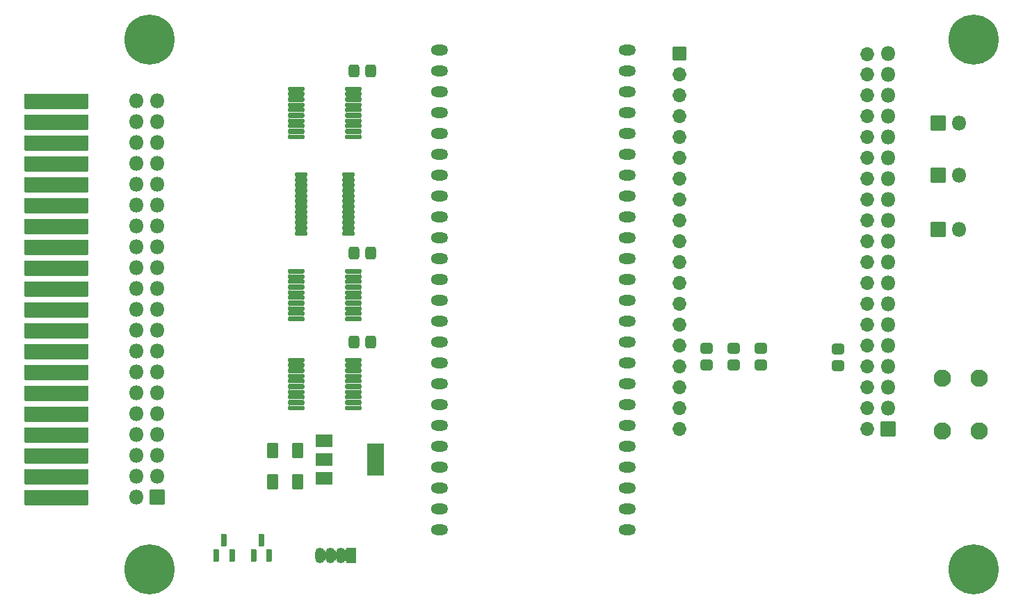
<source format=gbr>
%TF.GenerationSoftware,KiCad,Pcbnew,(6.0.11)*%
%TF.CreationDate,2023-05-02T12:30:58-07:00*%
%TF.ProjectId,TRS-IO-M1,5452532d-494f-42d4-9d31-2e6b69636164,rev?*%
%TF.SameCoordinates,Original*%
%TF.FileFunction,Soldermask,Top*%
%TF.FilePolarity,Negative*%
%FSLAX46Y46*%
G04 Gerber Fmt 4.6, Leading zero omitted, Abs format (unit mm)*
G04 Created by KiCad (PCBNEW (6.0.11)) date 2023-05-02 12:30:58*
%MOMM*%
%LPD*%
G01*
G04 APERTURE LIST*
G04 Aperture macros list*
%AMRoundRect*
0 Rectangle with rounded corners*
0 $1 Rounding radius*
0 $2 $3 $4 $5 $6 $7 $8 $9 X,Y pos of 4 corners*
0 Add a 4 corners polygon primitive as box body*
4,1,4,$2,$3,$4,$5,$6,$7,$8,$9,$2,$3,0*
0 Add four circle primitives for the rounded corners*
1,1,$1+$1,$2,$3*
1,1,$1+$1,$4,$5*
1,1,$1+$1,$6,$7*
1,1,$1+$1,$8,$9*
0 Add four rect primitives between the rounded corners*
20,1,$1+$1,$2,$3,$4,$5,0*
20,1,$1+$1,$4,$5,$6,$7,0*
20,1,$1+$1,$6,$7,$8,$9,0*
20,1,$1+$1,$8,$9,$2,$3,0*%
G04 Aperture macros list end*
%ADD10RoundRect,0.051000X0.850000X0.850000X-0.850000X0.850000X-0.850000X-0.850000X0.850000X-0.850000X0*%
%ADD11O,1.802000X1.802000*%
%ADD12RoundRect,0.051000X-3.810000X0.889000X-3.810000X-0.889000X3.810000X-0.889000X3.810000X0.889000X0*%
%ADD13C,6.102000*%
%ADD14C,0.902000*%
%ADD15RoundRect,0.301000X-0.450000X0.350000X-0.450000X-0.350000X0.450000X-0.350000X0.450000X0.350000X0*%
%ADD16RoundRect,0.301000X-0.337500X-0.475000X0.337500X-0.475000X0.337500X0.475000X-0.337500X0.475000X0*%
%ADD17O,2.102000X1.302000*%
%ADD18RoundRect,0.051000X-1.000000X-0.750000X1.000000X-0.750000X1.000000X0.750000X-1.000000X0.750000X0*%
%ADD19RoundRect,0.051000X-1.000000X-1.900000X1.000000X-1.900000X1.000000X1.900000X-1.000000X1.900000X0*%
%ADD20RoundRect,0.151000X-0.637500X-0.100000X0.637500X-0.100000X0.637500X0.100000X-0.637500X0.100000X0*%
%ADD21RoundRect,0.051000X0.850000X-0.850000X0.850000X0.850000X-0.850000X0.850000X-0.850000X-0.850000X0*%
%ADD22RoundRect,0.051000X-0.800000X-0.800000X0.800000X-0.800000X0.800000X0.800000X-0.800000X0.800000X0*%
%ADD23O,1.702000X1.702000*%
%ADD24RoundRect,0.301000X0.450000X-0.350000X0.450000X0.350000X-0.450000X0.350000X-0.450000X-0.350000X0*%
%ADD25RoundRect,0.301000X0.412500X0.650000X-0.412500X0.650000X-0.412500X-0.650000X0.412500X-0.650000X0*%
%ADD26RoundRect,0.201000X0.150000X-0.587500X0.150000X0.587500X-0.150000X0.587500X-0.150000X-0.587500X0*%
%ADD27RoundRect,0.163500X-0.837500X-0.112500X0.837500X-0.112500X0.837500X0.112500X-0.837500X0.112500X0*%
%ADD28RoundRect,0.051000X0.535000X0.900000X-0.535000X0.900000X-0.535000X-0.900000X0.535000X-0.900000X0*%
%ADD29O,1.172000X1.902000*%
%ADD30C,2.102000*%
G04 APERTURE END LIST*
D10*
%TO.C,J1*%
X119278400Y-116687600D03*
D11*
X116738400Y-116687600D03*
X119278400Y-114147600D03*
X116738400Y-114147600D03*
X119278400Y-111607600D03*
X116738400Y-111607600D03*
X119278400Y-109067600D03*
X116738400Y-109067600D03*
X119278400Y-106527600D03*
X116738400Y-106527600D03*
X119278400Y-103987600D03*
X116738400Y-103987600D03*
X119278400Y-101447600D03*
X116738400Y-101447600D03*
X119278400Y-98907600D03*
X116738400Y-98907600D03*
X119278400Y-96367600D03*
X116738400Y-96367600D03*
X119278400Y-93827600D03*
X116738400Y-93827600D03*
X119278400Y-91287600D03*
X116738400Y-91287600D03*
X119278400Y-88747600D03*
X116738400Y-88747600D03*
X119278400Y-86207600D03*
X116738400Y-86207600D03*
X119278400Y-83667600D03*
X116738400Y-83667600D03*
X119278400Y-81127600D03*
X116738400Y-81127600D03*
X119278400Y-78587600D03*
X116738400Y-78587600D03*
X119278400Y-76047600D03*
X116738400Y-76047600D03*
X119278400Y-73507600D03*
X116738400Y-73507600D03*
X119278400Y-70967600D03*
X116738400Y-70967600D03*
X119278400Y-68427600D03*
X116738400Y-68427600D03*
%TD*%
D12*
%TO.C,J2*%
X106984800Y-116713000D03*
X106984800Y-114173000D03*
X106984800Y-111633000D03*
X106984800Y-109093000D03*
X106984800Y-106553000D03*
X106984800Y-104013000D03*
X106984800Y-101473000D03*
X106984800Y-98933000D03*
X106984800Y-96393000D03*
X106984800Y-93853000D03*
X106984800Y-91313000D03*
X106984800Y-88773000D03*
X106984800Y-86233000D03*
X106984800Y-83693000D03*
X106984800Y-81153000D03*
X106984800Y-78613000D03*
X106984800Y-76073000D03*
X106984800Y-73533000D03*
X106984800Y-70993000D03*
X106984800Y-68453000D03*
%TD*%
D13*
%TO.C,H1*%
X118364000Y-60960000D03*
D14*
X119954990Y-62550990D03*
X116773010Y-59369010D03*
X120614000Y-60960000D03*
X118364000Y-58710000D03*
X116114000Y-60960000D03*
X118364000Y-63210000D03*
X119954990Y-59369010D03*
X116773010Y-62550990D03*
%TD*%
%TO.C,H2*%
X220284990Y-62550990D03*
X220944000Y-60960000D03*
D13*
X218694000Y-60960000D03*
D14*
X216444000Y-60960000D03*
X217103010Y-62550990D03*
X217103010Y-59369010D03*
X220284990Y-59369010D03*
X218694000Y-63210000D03*
X218694000Y-58710000D03*
%TD*%
%TO.C,H3*%
X120614000Y-125476000D03*
X118364000Y-127726000D03*
X119954990Y-123885010D03*
X116773010Y-127066990D03*
D13*
X118364000Y-125476000D03*
D14*
X116114000Y-125476000D03*
X118364000Y-123226000D03*
X119954990Y-127066990D03*
X116773010Y-123885010D03*
%TD*%
%TO.C,H4*%
X220284990Y-123885010D03*
X216444000Y-125476000D03*
X220284990Y-127066990D03*
X218694000Y-127726000D03*
X217103010Y-123885010D03*
X220944000Y-125476000D03*
X218694000Y-123226000D03*
X217103010Y-127066990D03*
D13*
X218694000Y-125476000D03*
%TD*%
D15*
%TO.C,R1*%
X186182000Y-98568000D03*
X186182000Y-100568000D03*
%TD*%
%TO.C,R2*%
X192786000Y-98568000D03*
X192786000Y-100568000D03*
%TD*%
D16*
%TO.C,C2*%
X143234500Y-86969600D03*
X145309500Y-86969600D03*
%TD*%
D17*
%TO.C,U5*%
X153650000Y-62230000D03*
X153650000Y-64770000D03*
X153650000Y-67310000D03*
X153650000Y-69850000D03*
X153650000Y-72390000D03*
X153650000Y-74930000D03*
X153650000Y-77470000D03*
X153650000Y-80010000D03*
X153650000Y-82550000D03*
X153650000Y-85090000D03*
X153650000Y-87630000D03*
X153650000Y-90170000D03*
X153650000Y-92710000D03*
X153650000Y-95250000D03*
X153650000Y-97790000D03*
X153650000Y-100330000D03*
X153650000Y-102870000D03*
X153650000Y-105410000D03*
X153650000Y-107950000D03*
X153650000Y-110490000D03*
X153650000Y-113030000D03*
X153650000Y-115570000D03*
X153650000Y-118110000D03*
X153650000Y-120650000D03*
X176550000Y-120650000D03*
X176550000Y-118110000D03*
X176550000Y-115570000D03*
X176550000Y-113030000D03*
X176550000Y-110490000D03*
X176550000Y-107950000D03*
X176550000Y-105410000D03*
X176550000Y-102870000D03*
X176550000Y-100330000D03*
X176550000Y-97790000D03*
X176550000Y-95250000D03*
X176550000Y-92710000D03*
X176550000Y-90170000D03*
X176550000Y-87630000D03*
X176550000Y-85090000D03*
X176550000Y-82550000D03*
X176550000Y-80010000D03*
X176550000Y-77470000D03*
X176550000Y-74930000D03*
X176550000Y-72390000D03*
X176550000Y-69850000D03*
X176550000Y-67310000D03*
X176550000Y-64770000D03*
X176550000Y-62230000D03*
%TD*%
D18*
%TO.C,U8*%
X139598000Y-109764800D03*
D19*
X145898000Y-112064800D03*
D18*
X139598000Y-112064800D03*
X139598000Y-114364800D03*
%TD*%
D20*
%TO.C,U1*%
X136837500Y-77381666D03*
X136837500Y-78031666D03*
X136837500Y-78681666D03*
X136837500Y-79331666D03*
X136837500Y-79981666D03*
X136837500Y-80631666D03*
X136837500Y-81281666D03*
X136837500Y-81931666D03*
X136837500Y-82581666D03*
X136837500Y-83231666D03*
X136837500Y-83881666D03*
X136837500Y-84531666D03*
X142562500Y-84531666D03*
X142562500Y-83881666D03*
X142562500Y-83231666D03*
X142562500Y-82581666D03*
X142562500Y-81931666D03*
X142562500Y-81281666D03*
X142562500Y-80631666D03*
X142562500Y-79981666D03*
X142562500Y-79331666D03*
X142562500Y-78681666D03*
X142562500Y-78031666D03*
X142562500Y-77381666D03*
%TD*%
D16*
%TO.C,C1*%
X143234500Y-64770000D03*
X145309500Y-64770000D03*
%TD*%
D21*
%TO.C,J4*%
X214371000Y-71120000D03*
D11*
X216911000Y-71120000D03*
%TD*%
D22*
%TO.C,U6*%
X182880000Y-62645000D03*
D23*
X182880000Y-65185000D03*
X182880000Y-67725000D03*
X182880000Y-70265000D03*
X182880000Y-72805000D03*
X182880000Y-75345000D03*
X182880000Y-77885000D03*
X182880000Y-80425000D03*
X182880000Y-82965000D03*
X182880000Y-85505000D03*
X182880000Y-88045000D03*
X182880000Y-90585000D03*
X182880000Y-93125000D03*
X182880000Y-95665000D03*
X182880000Y-98205000D03*
X182880000Y-100745000D03*
X182880000Y-103285000D03*
X182880000Y-105825000D03*
X182880000Y-108365000D03*
X205740000Y-108365000D03*
X205740000Y-105825000D03*
X205740000Y-103285000D03*
X205740000Y-100745000D03*
X205740000Y-98205000D03*
X205740000Y-95665000D03*
X205740000Y-93125000D03*
X205740000Y-90585000D03*
X205740000Y-88045000D03*
X205740000Y-85505000D03*
X205740000Y-82965000D03*
X205740000Y-80425000D03*
X205740000Y-77885000D03*
X205740000Y-75345000D03*
X205740000Y-72805000D03*
X205740000Y-70265000D03*
X205740000Y-67725000D03*
X205740000Y-65185000D03*
X205740000Y-62708500D03*
%TD*%
D24*
%TO.C,R4*%
X202184000Y-100618800D03*
X202184000Y-98618800D03*
%TD*%
D21*
%TO.C,J5*%
X214376000Y-84074000D03*
D11*
X216916000Y-84074000D03*
%TD*%
D16*
%TO.C,C3*%
X143234500Y-97790000D03*
X145309500Y-97790000D03*
%TD*%
D21*
%TO.C,J3*%
X214371000Y-77470000D03*
D11*
X216911000Y-77470000D03*
%TD*%
D25*
%TO.C,C4*%
X136436500Y-110998000D03*
X133311500Y-110998000D03*
%TD*%
D26*
%TO.C,Q1*%
X131028400Y-123771900D03*
X132928400Y-123771900D03*
X131978400Y-121896900D03*
%TD*%
D15*
%TO.C,R3*%
X189484000Y-98568000D03*
X189484000Y-100568000D03*
%TD*%
D27*
%TO.C,U2*%
X136200000Y-66925000D03*
X136200000Y-67575000D03*
X136200000Y-68225000D03*
X136200000Y-68875000D03*
X136200000Y-69525000D03*
X136200000Y-70175000D03*
X136200000Y-70825000D03*
X136200000Y-71475000D03*
X136200000Y-72125000D03*
X136200000Y-72775000D03*
X143200000Y-72775000D03*
X143200000Y-72125000D03*
X143200000Y-71475000D03*
X143200000Y-70825000D03*
X143200000Y-70175000D03*
X143200000Y-69525000D03*
X143200000Y-68875000D03*
X143200000Y-68225000D03*
X143200000Y-67575000D03*
X143200000Y-66925000D03*
%TD*%
D10*
%TO.C,J6*%
X208280000Y-108370000D03*
D11*
X208280000Y-105830000D03*
X208280000Y-103290000D03*
X208280000Y-100750000D03*
X208280000Y-98210000D03*
X208280000Y-95670000D03*
X208280000Y-93130000D03*
X208280000Y-90590000D03*
X208280000Y-88050000D03*
X208280000Y-85510000D03*
X208280000Y-82970000D03*
X208280000Y-80430000D03*
X208280000Y-77890000D03*
X208280000Y-75350000D03*
X208280000Y-72810000D03*
X208280000Y-70270000D03*
X208280000Y-67730000D03*
X208280000Y-65190000D03*
X208280000Y-62650000D03*
%TD*%
D26*
%TO.C,Q2*%
X126507200Y-123771900D03*
X128407200Y-123771900D03*
X127457200Y-121896900D03*
%TD*%
D28*
%TO.C,D1*%
X142900400Y-123748800D03*
D29*
X141630400Y-123748800D03*
X140360400Y-123748800D03*
X139090400Y-123748800D03*
%TD*%
D27*
%TO.C,U3*%
X136200000Y-99945000D03*
X136200000Y-100595000D03*
X136200000Y-101245000D03*
X136200000Y-101895000D03*
X136200000Y-102545000D03*
X136200000Y-103195000D03*
X136200000Y-103845000D03*
X136200000Y-104495000D03*
X136200000Y-105145000D03*
X136200000Y-105795000D03*
X143200000Y-105795000D03*
X143200000Y-105145000D03*
X143200000Y-104495000D03*
X143200000Y-103845000D03*
X143200000Y-103195000D03*
X143200000Y-102545000D03*
X143200000Y-101895000D03*
X143200000Y-101245000D03*
X143200000Y-100595000D03*
X143200000Y-99945000D03*
%TD*%
D30*
%TO.C,SW1*%
X219405200Y-102158800D03*
X219405200Y-108658800D03*
X214905200Y-102158800D03*
X214905200Y-108658800D03*
%TD*%
D27*
%TO.C,U4*%
X136200000Y-89138332D03*
X136200000Y-89788332D03*
X136200000Y-90438332D03*
X136200000Y-91088332D03*
X136200000Y-91738332D03*
X136200000Y-92388332D03*
X136200000Y-93038332D03*
X136200000Y-93688332D03*
X136200000Y-94338332D03*
X136200000Y-94988332D03*
X143200000Y-94988332D03*
X143200000Y-94338332D03*
X143200000Y-93688332D03*
X143200000Y-93038332D03*
X143200000Y-92388332D03*
X143200000Y-91738332D03*
X143200000Y-91088332D03*
X143200000Y-90438332D03*
X143200000Y-89788332D03*
X143200000Y-89138332D03*
%TD*%
D25*
%TO.C,C5*%
X136436500Y-114808000D03*
X133311500Y-114808000D03*
%TD*%
G36*
X142315612Y-122949371D02*
G01*
X142316400Y-122950962D01*
X142316400Y-124545970D01*
X142315400Y-124547702D01*
X142313400Y-124547702D01*
X142312481Y-124546533D01*
X142292805Y-124479521D01*
X142240462Y-124434166D01*
X142171909Y-124424309D01*
X142108753Y-124453152D01*
X142088698Y-124475350D01*
X142066841Y-124506450D01*
X142066520Y-124506807D01*
X142057763Y-124514446D01*
X142055800Y-124514831D01*
X142054485Y-124513324D01*
X142054861Y-124511721D01*
X142136145Y-124405790D01*
X142194484Y-124264946D01*
X142214400Y-124113668D01*
X142214400Y-123383932D01*
X142194484Y-123232654D01*
X142136145Y-123091810D01*
X142056754Y-122988345D01*
X142056493Y-122986362D01*
X142058080Y-122985144D01*
X142059672Y-122985634D01*
X142070610Y-122995380D01*
X142070927Y-122995740D01*
X142087872Y-123020394D01*
X142141822Y-123064294D01*
X142210650Y-123072025D01*
X142272729Y-123041319D01*
X142308438Y-122981782D01*
X142312416Y-122950708D01*
X142313628Y-122949117D01*
X142315612Y-122949371D01*
G37*
G36*
X141119759Y-123101941D02*
G01*
X141119793Y-123103548D01*
X141066316Y-123232654D01*
X141046400Y-123383932D01*
X141046400Y-124113668D01*
X141066316Y-124264946D01*
X141118604Y-124391180D01*
X141118343Y-124393163D01*
X141116495Y-124393928D01*
X141115108Y-124393078D01*
X141102393Y-124374578D01*
X141101866Y-124374620D01*
X141101130Y-124374020D01*
X141068264Y-124330504D01*
X141003269Y-124306578D01*
X140935659Y-124321589D01*
X140886729Y-124370937D01*
X140880403Y-124384600D01*
X140877904Y-124391009D01*
X140877677Y-124391433D01*
X140874491Y-124395967D01*
X140872677Y-124396809D01*
X140871041Y-124395659D01*
X140871007Y-124394052D01*
X140924484Y-124264946D01*
X140944400Y-124113668D01*
X140944400Y-123383932D01*
X140924484Y-123232654D01*
X140872196Y-123106420D01*
X140872457Y-123104437D01*
X140874305Y-123103672D01*
X140875692Y-123104522D01*
X140888407Y-123123022D01*
X140888934Y-123122980D01*
X140889670Y-123123580D01*
X140922536Y-123167096D01*
X140987531Y-123191022D01*
X141055141Y-123176011D01*
X141104071Y-123126663D01*
X141110397Y-123113000D01*
X141112896Y-123106591D01*
X141113123Y-123106167D01*
X141116309Y-123101633D01*
X141118123Y-123100791D01*
X141119759Y-123101941D01*
G37*
G36*
X139849759Y-123101941D02*
G01*
X139849793Y-123103548D01*
X139796316Y-123232654D01*
X139776400Y-123383932D01*
X139776400Y-124113668D01*
X139796316Y-124264946D01*
X139848604Y-124391180D01*
X139848343Y-124393163D01*
X139846495Y-124393928D01*
X139845108Y-124393078D01*
X139832393Y-124374578D01*
X139831866Y-124374620D01*
X139831130Y-124374020D01*
X139798264Y-124330504D01*
X139733269Y-124306578D01*
X139665659Y-124321589D01*
X139616729Y-124370937D01*
X139610403Y-124384600D01*
X139607904Y-124391009D01*
X139607677Y-124391433D01*
X139604491Y-124395967D01*
X139602677Y-124396809D01*
X139601041Y-124395659D01*
X139601007Y-124394052D01*
X139654484Y-124264946D01*
X139674400Y-124113668D01*
X139674400Y-123383932D01*
X139654484Y-123232654D01*
X139602196Y-123106420D01*
X139602457Y-123104437D01*
X139604305Y-123103672D01*
X139605692Y-123104522D01*
X139618407Y-123123022D01*
X139618934Y-123122980D01*
X139619670Y-123123580D01*
X139652536Y-123167096D01*
X139717531Y-123191022D01*
X139785141Y-123176011D01*
X139834071Y-123126663D01*
X139840397Y-123113000D01*
X139842896Y-123106591D01*
X139843123Y-123106167D01*
X139846309Y-123101633D01*
X139848123Y-123100791D01*
X139849759Y-123101941D01*
G37*
G36*
X137138141Y-105384318D02*
G01*
X137137901Y-105385406D01*
X137105973Y-105443999D01*
X137110981Y-105513153D01*
X137137401Y-105554184D01*
X137137497Y-105556182D01*
X137135816Y-105557265D01*
X137134608Y-105556930D01*
X137099290Y-105533331D01*
X137037301Y-105521000D01*
X135362699Y-105521000D01*
X135300710Y-105533331D01*
X135264966Y-105557214D01*
X135262970Y-105557345D01*
X135261859Y-105555682D01*
X135262099Y-105554594D01*
X135294027Y-105496001D01*
X135289019Y-105426847D01*
X135262599Y-105385816D01*
X135262503Y-105383818D01*
X135264184Y-105382735D01*
X135265392Y-105383070D01*
X135300710Y-105406669D01*
X135362699Y-105419000D01*
X137037301Y-105419000D01*
X137099290Y-105406669D01*
X137135034Y-105382786D01*
X137137030Y-105382655D01*
X137138141Y-105384318D01*
G37*
G36*
X144138141Y-105384318D02*
G01*
X144137901Y-105385406D01*
X144105973Y-105443999D01*
X144110981Y-105513153D01*
X144137401Y-105554184D01*
X144137497Y-105556182D01*
X144135816Y-105557265D01*
X144134608Y-105556930D01*
X144099290Y-105533331D01*
X144037301Y-105521000D01*
X142362699Y-105521000D01*
X142300710Y-105533331D01*
X142264966Y-105557214D01*
X142262970Y-105557345D01*
X142261859Y-105555682D01*
X142262099Y-105554594D01*
X142294027Y-105496001D01*
X142289019Y-105426847D01*
X142262599Y-105385816D01*
X142262503Y-105383818D01*
X142264184Y-105382735D01*
X142265392Y-105383070D01*
X142300710Y-105406669D01*
X142362699Y-105419000D01*
X144037301Y-105419000D01*
X144099290Y-105406669D01*
X144135034Y-105382786D01*
X144137030Y-105382655D01*
X144138141Y-105384318D01*
G37*
G36*
X137138141Y-104734318D02*
G01*
X137137901Y-104735406D01*
X137105973Y-104793999D01*
X137110981Y-104863153D01*
X137137401Y-104904184D01*
X137137497Y-104906182D01*
X137135816Y-104907265D01*
X137134608Y-104906930D01*
X137099290Y-104883331D01*
X137037301Y-104871000D01*
X135362699Y-104871000D01*
X135300710Y-104883331D01*
X135264966Y-104907214D01*
X135262970Y-104907345D01*
X135261859Y-104905682D01*
X135262099Y-104904594D01*
X135294027Y-104846001D01*
X135289019Y-104776847D01*
X135262599Y-104735816D01*
X135262503Y-104733818D01*
X135264184Y-104732735D01*
X135265392Y-104733070D01*
X135300710Y-104756669D01*
X135362699Y-104769000D01*
X137037301Y-104769000D01*
X137099290Y-104756669D01*
X137135034Y-104732786D01*
X137137030Y-104732655D01*
X137138141Y-104734318D01*
G37*
G36*
X144138141Y-104734318D02*
G01*
X144137901Y-104735406D01*
X144105973Y-104793999D01*
X144110981Y-104863153D01*
X144137401Y-104904184D01*
X144137497Y-104906182D01*
X144135816Y-104907265D01*
X144134608Y-104906930D01*
X144099290Y-104883331D01*
X144037301Y-104871000D01*
X142362699Y-104871000D01*
X142300710Y-104883331D01*
X142264966Y-104907214D01*
X142262970Y-104907345D01*
X142261859Y-104905682D01*
X142262099Y-104904594D01*
X142294027Y-104846001D01*
X142289019Y-104776847D01*
X142262599Y-104735816D01*
X142262503Y-104733818D01*
X142264184Y-104732735D01*
X142265392Y-104733070D01*
X142300710Y-104756669D01*
X142362699Y-104769000D01*
X144037301Y-104769000D01*
X144099290Y-104756669D01*
X144135034Y-104732786D01*
X144137030Y-104732655D01*
X144138141Y-104734318D01*
G37*
G36*
X144138141Y-104084318D02*
G01*
X144137901Y-104085406D01*
X144105973Y-104143999D01*
X144110981Y-104213153D01*
X144137401Y-104254184D01*
X144137497Y-104256182D01*
X144135816Y-104257265D01*
X144134608Y-104256930D01*
X144099290Y-104233331D01*
X144037301Y-104221000D01*
X142362699Y-104221000D01*
X142300710Y-104233331D01*
X142264966Y-104257214D01*
X142262970Y-104257345D01*
X142261859Y-104255682D01*
X142262099Y-104254594D01*
X142294027Y-104196001D01*
X142289019Y-104126847D01*
X142262599Y-104085816D01*
X142262503Y-104083818D01*
X142264184Y-104082735D01*
X142265392Y-104083070D01*
X142300710Y-104106669D01*
X142362699Y-104119000D01*
X144037301Y-104119000D01*
X144099290Y-104106669D01*
X144135034Y-104082786D01*
X144137030Y-104082655D01*
X144138141Y-104084318D01*
G37*
G36*
X137138141Y-104084318D02*
G01*
X137137901Y-104085406D01*
X137105973Y-104143999D01*
X137110981Y-104213153D01*
X137137401Y-104254184D01*
X137137497Y-104256182D01*
X137135816Y-104257265D01*
X137134608Y-104256930D01*
X137099290Y-104233331D01*
X137037301Y-104221000D01*
X135362699Y-104221000D01*
X135300710Y-104233331D01*
X135264966Y-104257214D01*
X135262970Y-104257345D01*
X135261859Y-104255682D01*
X135262099Y-104254594D01*
X135294027Y-104196001D01*
X135289019Y-104126847D01*
X135262599Y-104085816D01*
X135262503Y-104083818D01*
X135264184Y-104082735D01*
X135265392Y-104083070D01*
X135300710Y-104106669D01*
X135362699Y-104119000D01*
X137037301Y-104119000D01*
X137099290Y-104106669D01*
X137135034Y-104082786D01*
X137137030Y-104082655D01*
X137138141Y-104084318D01*
G37*
G36*
X137138141Y-103434318D02*
G01*
X137137901Y-103435406D01*
X137105973Y-103493999D01*
X137110981Y-103563153D01*
X137137401Y-103604184D01*
X137137497Y-103606182D01*
X137135816Y-103607265D01*
X137134608Y-103606930D01*
X137099290Y-103583331D01*
X137037301Y-103571000D01*
X135362699Y-103571000D01*
X135300710Y-103583331D01*
X135264966Y-103607214D01*
X135262970Y-103607345D01*
X135261859Y-103605682D01*
X135262099Y-103604594D01*
X135294027Y-103546001D01*
X135289019Y-103476847D01*
X135262599Y-103435816D01*
X135262503Y-103433818D01*
X135264184Y-103432735D01*
X135265392Y-103433070D01*
X135300710Y-103456669D01*
X135362699Y-103469000D01*
X137037301Y-103469000D01*
X137099290Y-103456669D01*
X137135034Y-103432786D01*
X137137030Y-103432655D01*
X137138141Y-103434318D01*
G37*
G36*
X144138141Y-103434318D02*
G01*
X144137901Y-103435406D01*
X144105973Y-103493999D01*
X144110981Y-103563153D01*
X144137401Y-103604184D01*
X144137497Y-103606182D01*
X144135816Y-103607265D01*
X144134608Y-103606930D01*
X144099290Y-103583331D01*
X144037301Y-103571000D01*
X142362699Y-103571000D01*
X142300710Y-103583331D01*
X142264966Y-103607214D01*
X142262970Y-103607345D01*
X142261859Y-103605682D01*
X142262099Y-103604594D01*
X142294027Y-103546001D01*
X142289019Y-103476847D01*
X142262599Y-103435816D01*
X142262503Y-103433818D01*
X142264184Y-103432735D01*
X142265392Y-103433070D01*
X142300710Y-103456669D01*
X142362699Y-103469000D01*
X144037301Y-103469000D01*
X144099290Y-103456669D01*
X144135034Y-103432786D01*
X144137030Y-103432655D01*
X144138141Y-103434318D01*
G37*
G36*
X137138141Y-102784318D02*
G01*
X137137901Y-102785406D01*
X137105973Y-102843999D01*
X137110981Y-102913153D01*
X137137401Y-102954184D01*
X137137497Y-102956182D01*
X137135816Y-102957265D01*
X137134608Y-102956930D01*
X137099290Y-102933331D01*
X137037301Y-102921000D01*
X135362699Y-102921000D01*
X135300710Y-102933331D01*
X135264966Y-102957214D01*
X135262970Y-102957345D01*
X135261859Y-102955682D01*
X135262099Y-102954594D01*
X135294027Y-102896001D01*
X135289019Y-102826847D01*
X135262599Y-102785816D01*
X135262503Y-102783818D01*
X135264184Y-102782735D01*
X135265392Y-102783070D01*
X135300710Y-102806669D01*
X135362699Y-102819000D01*
X137037301Y-102819000D01*
X137099290Y-102806669D01*
X137135034Y-102782786D01*
X137137030Y-102782655D01*
X137138141Y-102784318D01*
G37*
G36*
X144138141Y-102784318D02*
G01*
X144137901Y-102785406D01*
X144105973Y-102843999D01*
X144110981Y-102913153D01*
X144137401Y-102954184D01*
X144137497Y-102956182D01*
X144135816Y-102957265D01*
X144134608Y-102956930D01*
X144099290Y-102933331D01*
X144037301Y-102921000D01*
X142362699Y-102921000D01*
X142300710Y-102933331D01*
X142264966Y-102957214D01*
X142262970Y-102957345D01*
X142261859Y-102955682D01*
X142262099Y-102954594D01*
X142294027Y-102896001D01*
X142289019Y-102826847D01*
X142262599Y-102785816D01*
X142262503Y-102783818D01*
X142264184Y-102782735D01*
X142265392Y-102783070D01*
X142300710Y-102806669D01*
X142362699Y-102819000D01*
X144037301Y-102819000D01*
X144099290Y-102806669D01*
X144135034Y-102782786D01*
X144137030Y-102782655D01*
X144138141Y-102784318D01*
G37*
G36*
X137138141Y-102134318D02*
G01*
X137137901Y-102135406D01*
X137105973Y-102193999D01*
X137110981Y-102263153D01*
X137137401Y-102304184D01*
X137137497Y-102306182D01*
X137135816Y-102307265D01*
X137134608Y-102306930D01*
X137099290Y-102283331D01*
X137037301Y-102271000D01*
X135362699Y-102271000D01*
X135300710Y-102283331D01*
X135264966Y-102307214D01*
X135262970Y-102307345D01*
X135261859Y-102305682D01*
X135262099Y-102304594D01*
X135294027Y-102246001D01*
X135289019Y-102176847D01*
X135262599Y-102135816D01*
X135262503Y-102133818D01*
X135264184Y-102132735D01*
X135265392Y-102133070D01*
X135300710Y-102156669D01*
X135362699Y-102169000D01*
X137037301Y-102169000D01*
X137099290Y-102156669D01*
X137135034Y-102132786D01*
X137137030Y-102132655D01*
X137138141Y-102134318D01*
G37*
G36*
X144138141Y-102134318D02*
G01*
X144137901Y-102135406D01*
X144105973Y-102193999D01*
X144110981Y-102263153D01*
X144137401Y-102304184D01*
X144137497Y-102306182D01*
X144135816Y-102307265D01*
X144134608Y-102306930D01*
X144099290Y-102283331D01*
X144037301Y-102271000D01*
X142362699Y-102271000D01*
X142300710Y-102283331D01*
X142264966Y-102307214D01*
X142262970Y-102307345D01*
X142261859Y-102305682D01*
X142262099Y-102304594D01*
X142294027Y-102246001D01*
X142289019Y-102176847D01*
X142262599Y-102135816D01*
X142262503Y-102133818D01*
X142264184Y-102132735D01*
X142265392Y-102133070D01*
X142300710Y-102156669D01*
X142362699Y-102169000D01*
X144037301Y-102169000D01*
X144099290Y-102156669D01*
X144135034Y-102132786D01*
X144137030Y-102132655D01*
X144138141Y-102134318D01*
G37*
G36*
X137138141Y-101484318D02*
G01*
X137137901Y-101485406D01*
X137105973Y-101543999D01*
X137110981Y-101613153D01*
X137137401Y-101654184D01*
X137137497Y-101656182D01*
X137135816Y-101657265D01*
X137134608Y-101656930D01*
X137099290Y-101633331D01*
X137037301Y-101621000D01*
X135362699Y-101621000D01*
X135300710Y-101633331D01*
X135264966Y-101657214D01*
X135262970Y-101657345D01*
X135261859Y-101655682D01*
X135262099Y-101654594D01*
X135294027Y-101596001D01*
X135289019Y-101526847D01*
X135262599Y-101485816D01*
X135262503Y-101483818D01*
X135264184Y-101482735D01*
X135265392Y-101483070D01*
X135300710Y-101506669D01*
X135362699Y-101519000D01*
X137037301Y-101519000D01*
X137099290Y-101506669D01*
X137135034Y-101482786D01*
X137137030Y-101482655D01*
X137138141Y-101484318D01*
G37*
G36*
X144138141Y-101484318D02*
G01*
X144137901Y-101485406D01*
X144105973Y-101543999D01*
X144110981Y-101613153D01*
X144137401Y-101654184D01*
X144137497Y-101656182D01*
X144135816Y-101657265D01*
X144134608Y-101656930D01*
X144099290Y-101633331D01*
X144037301Y-101621000D01*
X142362699Y-101621000D01*
X142300710Y-101633331D01*
X142264966Y-101657214D01*
X142262970Y-101657345D01*
X142261859Y-101655682D01*
X142262099Y-101654594D01*
X142294027Y-101596001D01*
X142289019Y-101526847D01*
X142262599Y-101485816D01*
X142262503Y-101483818D01*
X142264184Y-101482735D01*
X142265392Y-101483070D01*
X142300710Y-101506669D01*
X142362699Y-101519000D01*
X144037301Y-101519000D01*
X144099290Y-101506669D01*
X144135034Y-101482786D01*
X144137030Y-101482655D01*
X144138141Y-101484318D01*
G37*
G36*
X144138141Y-100834318D02*
G01*
X144137901Y-100835406D01*
X144105973Y-100893999D01*
X144110981Y-100963153D01*
X144137401Y-101004184D01*
X144137497Y-101006182D01*
X144135816Y-101007265D01*
X144134608Y-101006930D01*
X144099290Y-100983331D01*
X144037301Y-100971000D01*
X142362699Y-100971000D01*
X142300710Y-100983331D01*
X142264966Y-101007214D01*
X142262970Y-101007345D01*
X142261859Y-101005682D01*
X142262099Y-101004594D01*
X142294027Y-100946001D01*
X142289019Y-100876847D01*
X142262599Y-100835816D01*
X142262503Y-100833818D01*
X142264184Y-100832735D01*
X142265392Y-100833070D01*
X142300710Y-100856669D01*
X142362699Y-100869000D01*
X144037301Y-100869000D01*
X144099290Y-100856669D01*
X144135034Y-100832786D01*
X144137030Y-100832655D01*
X144138141Y-100834318D01*
G37*
G36*
X137138141Y-100834318D02*
G01*
X137137901Y-100835406D01*
X137105973Y-100893999D01*
X137110981Y-100963153D01*
X137137401Y-101004184D01*
X137137497Y-101006182D01*
X137135816Y-101007265D01*
X137134608Y-101006930D01*
X137099290Y-100983331D01*
X137037301Y-100971000D01*
X135362699Y-100971000D01*
X135300710Y-100983331D01*
X135264966Y-101007214D01*
X135262970Y-101007345D01*
X135261859Y-101005682D01*
X135262099Y-101004594D01*
X135294027Y-100946001D01*
X135289019Y-100876847D01*
X135262599Y-100835816D01*
X135262503Y-100833818D01*
X135264184Y-100832735D01*
X135265392Y-100833070D01*
X135300710Y-100856669D01*
X135362699Y-100869000D01*
X137037301Y-100869000D01*
X137099290Y-100856669D01*
X137135034Y-100832786D01*
X137137030Y-100832655D01*
X137138141Y-100834318D01*
G37*
G36*
X137138141Y-100184318D02*
G01*
X137137901Y-100185406D01*
X137105973Y-100243999D01*
X137110981Y-100313153D01*
X137137401Y-100354184D01*
X137137497Y-100356182D01*
X137135816Y-100357265D01*
X137134608Y-100356930D01*
X137099290Y-100333331D01*
X137037301Y-100321000D01*
X135362699Y-100321000D01*
X135300710Y-100333331D01*
X135264966Y-100357214D01*
X135262970Y-100357345D01*
X135261859Y-100355682D01*
X135262099Y-100354594D01*
X135294027Y-100296001D01*
X135289019Y-100226847D01*
X135262599Y-100185816D01*
X135262503Y-100183818D01*
X135264184Y-100182735D01*
X135265392Y-100183070D01*
X135300710Y-100206669D01*
X135362699Y-100219000D01*
X137037301Y-100219000D01*
X137099290Y-100206669D01*
X137135034Y-100182786D01*
X137137030Y-100182655D01*
X137138141Y-100184318D01*
G37*
G36*
X144138141Y-100184318D02*
G01*
X144137901Y-100185406D01*
X144105973Y-100243999D01*
X144110981Y-100313153D01*
X144137401Y-100354184D01*
X144137497Y-100356182D01*
X144135816Y-100357265D01*
X144134608Y-100356930D01*
X144099290Y-100333331D01*
X144037301Y-100321000D01*
X142362699Y-100321000D01*
X142300710Y-100333331D01*
X142264966Y-100357214D01*
X142262970Y-100357345D01*
X142261859Y-100355682D01*
X142262099Y-100354594D01*
X142294027Y-100296001D01*
X142289019Y-100226847D01*
X142262599Y-100185816D01*
X142262503Y-100183818D01*
X142264184Y-100182735D01*
X142265392Y-100183070D01*
X142300710Y-100206669D01*
X142362699Y-100219000D01*
X144037301Y-100219000D01*
X144099290Y-100206669D01*
X144135034Y-100182786D01*
X144137030Y-100182655D01*
X144138141Y-100184318D01*
G37*
G36*
X137138141Y-94577650D02*
G01*
X137137901Y-94578738D01*
X137105973Y-94637331D01*
X137110981Y-94706485D01*
X137137401Y-94747516D01*
X137137497Y-94749514D01*
X137135816Y-94750597D01*
X137134608Y-94750262D01*
X137099290Y-94726663D01*
X137037301Y-94714332D01*
X135362699Y-94714332D01*
X135300710Y-94726663D01*
X135264966Y-94750546D01*
X135262970Y-94750677D01*
X135261859Y-94749014D01*
X135262099Y-94747926D01*
X135294027Y-94689333D01*
X135289019Y-94620179D01*
X135262599Y-94579148D01*
X135262503Y-94577150D01*
X135264184Y-94576067D01*
X135265392Y-94576402D01*
X135300710Y-94600001D01*
X135362699Y-94612332D01*
X137037301Y-94612332D01*
X137099290Y-94600001D01*
X137135034Y-94576118D01*
X137137030Y-94575987D01*
X137138141Y-94577650D01*
G37*
G36*
X144138141Y-94577650D02*
G01*
X144137901Y-94578738D01*
X144105973Y-94637331D01*
X144110981Y-94706485D01*
X144137401Y-94747516D01*
X144137497Y-94749514D01*
X144135816Y-94750597D01*
X144134608Y-94750262D01*
X144099290Y-94726663D01*
X144037301Y-94714332D01*
X142362699Y-94714332D01*
X142300710Y-94726663D01*
X142264966Y-94750546D01*
X142262970Y-94750677D01*
X142261859Y-94749014D01*
X142262099Y-94747926D01*
X142294027Y-94689333D01*
X142289019Y-94620179D01*
X142262599Y-94579148D01*
X142262503Y-94577150D01*
X142264184Y-94576067D01*
X142265392Y-94576402D01*
X142300710Y-94600001D01*
X142362699Y-94612332D01*
X144037301Y-94612332D01*
X144099290Y-94600001D01*
X144135034Y-94576118D01*
X144137030Y-94575987D01*
X144138141Y-94577650D01*
G37*
G36*
X144138141Y-93927650D02*
G01*
X144137901Y-93928738D01*
X144105973Y-93987331D01*
X144110981Y-94056485D01*
X144137401Y-94097516D01*
X144137497Y-94099514D01*
X144135816Y-94100597D01*
X144134608Y-94100262D01*
X144099290Y-94076663D01*
X144037301Y-94064332D01*
X142362699Y-94064332D01*
X142300710Y-94076663D01*
X142264966Y-94100546D01*
X142262970Y-94100677D01*
X142261859Y-94099014D01*
X142262099Y-94097926D01*
X142294027Y-94039333D01*
X142289019Y-93970179D01*
X142262599Y-93929148D01*
X142262503Y-93927150D01*
X142264184Y-93926067D01*
X142265392Y-93926402D01*
X142300710Y-93950001D01*
X142362699Y-93962332D01*
X144037301Y-93962332D01*
X144099290Y-93950001D01*
X144135034Y-93926118D01*
X144137030Y-93925987D01*
X144138141Y-93927650D01*
G37*
G36*
X137138141Y-93927650D02*
G01*
X137137901Y-93928738D01*
X137105973Y-93987331D01*
X137110981Y-94056485D01*
X137137401Y-94097516D01*
X137137497Y-94099514D01*
X137135816Y-94100597D01*
X137134608Y-94100262D01*
X137099290Y-94076663D01*
X137037301Y-94064332D01*
X135362699Y-94064332D01*
X135300710Y-94076663D01*
X135264966Y-94100546D01*
X135262970Y-94100677D01*
X135261859Y-94099014D01*
X135262099Y-94097926D01*
X135294027Y-94039333D01*
X135289019Y-93970179D01*
X135262599Y-93929148D01*
X135262503Y-93927150D01*
X135264184Y-93926067D01*
X135265392Y-93926402D01*
X135300710Y-93950001D01*
X135362699Y-93962332D01*
X137037301Y-93962332D01*
X137099290Y-93950001D01*
X137135034Y-93926118D01*
X137137030Y-93925987D01*
X137138141Y-93927650D01*
G37*
G36*
X137138141Y-93277650D02*
G01*
X137137901Y-93278738D01*
X137105973Y-93337331D01*
X137110981Y-93406485D01*
X137137401Y-93447516D01*
X137137497Y-93449514D01*
X137135816Y-93450597D01*
X137134608Y-93450262D01*
X137099290Y-93426663D01*
X137037301Y-93414332D01*
X135362699Y-93414332D01*
X135300710Y-93426663D01*
X135264966Y-93450546D01*
X135262970Y-93450677D01*
X135261859Y-93449014D01*
X135262099Y-93447926D01*
X135294027Y-93389333D01*
X135289019Y-93320179D01*
X135262599Y-93279148D01*
X135262503Y-93277150D01*
X135264184Y-93276067D01*
X135265392Y-93276402D01*
X135300710Y-93300001D01*
X135362699Y-93312332D01*
X137037301Y-93312332D01*
X137099290Y-93300001D01*
X137135034Y-93276118D01*
X137137030Y-93275987D01*
X137138141Y-93277650D01*
G37*
G36*
X144138141Y-93277650D02*
G01*
X144137901Y-93278738D01*
X144105973Y-93337331D01*
X144110981Y-93406485D01*
X144137401Y-93447516D01*
X144137497Y-93449514D01*
X144135816Y-93450597D01*
X144134608Y-93450262D01*
X144099290Y-93426663D01*
X144037301Y-93414332D01*
X142362699Y-93414332D01*
X142300710Y-93426663D01*
X142264966Y-93450546D01*
X142262970Y-93450677D01*
X142261859Y-93449014D01*
X142262099Y-93447926D01*
X142294027Y-93389333D01*
X142289019Y-93320179D01*
X142262599Y-93279148D01*
X142262503Y-93277150D01*
X142264184Y-93276067D01*
X142265392Y-93276402D01*
X142300710Y-93300001D01*
X142362699Y-93312332D01*
X144037301Y-93312332D01*
X144099290Y-93300001D01*
X144135034Y-93276118D01*
X144137030Y-93275987D01*
X144138141Y-93277650D01*
G37*
G36*
X137138141Y-92627650D02*
G01*
X137137901Y-92628738D01*
X137105973Y-92687331D01*
X137110981Y-92756485D01*
X137137401Y-92797516D01*
X137137497Y-92799514D01*
X137135816Y-92800597D01*
X137134608Y-92800262D01*
X137099290Y-92776663D01*
X137037301Y-92764332D01*
X135362699Y-92764332D01*
X135300710Y-92776663D01*
X135264966Y-92800546D01*
X135262970Y-92800677D01*
X135261859Y-92799014D01*
X135262099Y-92797926D01*
X135294027Y-92739333D01*
X135289019Y-92670179D01*
X135262599Y-92629148D01*
X135262503Y-92627150D01*
X135264184Y-92626067D01*
X135265392Y-92626402D01*
X135300710Y-92650001D01*
X135362699Y-92662332D01*
X137037301Y-92662332D01*
X137099290Y-92650001D01*
X137135034Y-92626118D01*
X137137030Y-92625987D01*
X137138141Y-92627650D01*
G37*
G36*
X144138141Y-92627650D02*
G01*
X144137901Y-92628738D01*
X144105973Y-92687331D01*
X144110981Y-92756485D01*
X144137401Y-92797516D01*
X144137497Y-92799514D01*
X144135816Y-92800597D01*
X144134608Y-92800262D01*
X144099290Y-92776663D01*
X144037301Y-92764332D01*
X142362699Y-92764332D01*
X142300710Y-92776663D01*
X142264966Y-92800546D01*
X142262970Y-92800677D01*
X142261859Y-92799014D01*
X142262099Y-92797926D01*
X142294027Y-92739333D01*
X142289019Y-92670179D01*
X142262599Y-92629148D01*
X142262503Y-92627150D01*
X142264184Y-92626067D01*
X142265392Y-92626402D01*
X142300710Y-92650001D01*
X142362699Y-92662332D01*
X144037301Y-92662332D01*
X144099290Y-92650001D01*
X144135034Y-92626118D01*
X144137030Y-92625987D01*
X144138141Y-92627650D01*
G37*
G36*
X137138141Y-91977650D02*
G01*
X137137901Y-91978738D01*
X137105973Y-92037331D01*
X137110981Y-92106485D01*
X137137401Y-92147516D01*
X137137497Y-92149514D01*
X137135816Y-92150597D01*
X137134608Y-92150262D01*
X137099290Y-92126663D01*
X137037301Y-92114332D01*
X135362699Y-92114332D01*
X135300710Y-92126663D01*
X135264966Y-92150546D01*
X135262970Y-92150677D01*
X135261859Y-92149014D01*
X135262099Y-92147926D01*
X135294027Y-92089333D01*
X135289019Y-92020179D01*
X135262599Y-91979148D01*
X135262503Y-91977150D01*
X135264184Y-91976067D01*
X135265392Y-91976402D01*
X135300710Y-92000001D01*
X135362699Y-92012332D01*
X137037301Y-92012332D01*
X137099290Y-92000001D01*
X137135034Y-91976118D01*
X137137030Y-91975987D01*
X137138141Y-91977650D01*
G37*
G36*
X144138141Y-91977650D02*
G01*
X144137901Y-91978738D01*
X144105973Y-92037331D01*
X144110981Y-92106485D01*
X144137401Y-92147516D01*
X144137497Y-92149514D01*
X144135816Y-92150597D01*
X144134608Y-92150262D01*
X144099290Y-92126663D01*
X144037301Y-92114332D01*
X142362699Y-92114332D01*
X142300710Y-92126663D01*
X142264966Y-92150546D01*
X142262970Y-92150677D01*
X142261859Y-92149014D01*
X142262099Y-92147926D01*
X142294027Y-92089333D01*
X142289019Y-92020179D01*
X142262599Y-91979148D01*
X142262503Y-91977150D01*
X142264184Y-91976067D01*
X142265392Y-91976402D01*
X142300710Y-92000001D01*
X142362699Y-92012332D01*
X144037301Y-92012332D01*
X144099290Y-92000001D01*
X144135034Y-91976118D01*
X144137030Y-91975987D01*
X144138141Y-91977650D01*
G37*
G36*
X137138141Y-91327650D02*
G01*
X137137901Y-91328738D01*
X137105973Y-91387331D01*
X137110981Y-91456485D01*
X137137401Y-91497516D01*
X137137497Y-91499514D01*
X137135816Y-91500597D01*
X137134608Y-91500262D01*
X137099290Y-91476663D01*
X137037301Y-91464332D01*
X135362699Y-91464332D01*
X135300710Y-91476663D01*
X135264966Y-91500546D01*
X135262970Y-91500677D01*
X135261859Y-91499014D01*
X135262099Y-91497926D01*
X135294027Y-91439333D01*
X135289019Y-91370179D01*
X135262599Y-91329148D01*
X135262503Y-91327150D01*
X135264184Y-91326067D01*
X135265392Y-91326402D01*
X135300710Y-91350001D01*
X135362699Y-91362332D01*
X137037301Y-91362332D01*
X137099290Y-91350001D01*
X137135034Y-91326118D01*
X137137030Y-91325987D01*
X137138141Y-91327650D01*
G37*
G36*
X144138141Y-91327650D02*
G01*
X144137901Y-91328738D01*
X144105973Y-91387331D01*
X144110981Y-91456485D01*
X144137401Y-91497516D01*
X144137497Y-91499514D01*
X144135816Y-91500597D01*
X144134608Y-91500262D01*
X144099290Y-91476663D01*
X144037301Y-91464332D01*
X142362699Y-91464332D01*
X142300710Y-91476663D01*
X142264966Y-91500546D01*
X142262970Y-91500677D01*
X142261859Y-91499014D01*
X142262099Y-91497926D01*
X142294027Y-91439333D01*
X142289019Y-91370179D01*
X142262599Y-91329148D01*
X142262503Y-91327150D01*
X142264184Y-91326067D01*
X142265392Y-91326402D01*
X142300710Y-91350001D01*
X142362699Y-91362332D01*
X144037301Y-91362332D01*
X144099290Y-91350001D01*
X144135034Y-91326118D01*
X144137030Y-91325987D01*
X144138141Y-91327650D01*
G37*
G36*
X144138141Y-90677650D02*
G01*
X144137901Y-90678738D01*
X144105973Y-90737331D01*
X144110981Y-90806485D01*
X144137401Y-90847516D01*
X144137497Y-90849514D01*
X144135816Y-90850597D01*
X144134608Y-90850262D01*
X144099290Y-90826663D01*
X144037301Y-90814332D01*
X142362699Y-90814332D01*
X142300710Y-90826663D01*
X142264966Y-90850546D01*
X142262970Y-90850677D01*
X142261859Y-90849014D01*
X142262099Y-90847926D01*
X142294027Y-90789333D01*
X142289019Y-90720179D01*
X142262599Y-90679148D01*
X142262503Y-90677150D01*
X142264184Y-90676067D01*
X142265392Y-90676402D01*
X142300710Y-90700001D01*
X142362699Y-90712332D01*
X144037301Y-90712332D01*
X144099290Y-90700001D01*
X144135034Y-90676118D01*
X144137030Y-90675987D01*
X144138141Y-90677650D01*
G37*
G36*
X137138141Y-90677650D02*
G01*
X137137901Y-90678738D01*
X137105973Y-90737331D01*
X137110981Y-90806485D01*
X137137401Y-90847516D01*
X137137497Y-90849514D01*
X137135816Y-90850597D01*
X137134608Y-90850262D01*
X137099290Y-90826663D01*
X137037301Y-90814332D01*
X135362699Y-90814332D01*
X135300710Y-90826663D01*
X135264966Y-90850546D01*
X135262970Y-90850677D01*
X135261859Y-90849014D01*
X135262099Y-90847926D01*
X135294027Y-90789333D01*
X135289019Y-90720179D01*
X135262599Y-90679148D01*
X135262503Y-90677150D01*
X135264184Y-90676067D01*
X135265392Y-90676402D01*
X135300710Y-90700001D01*
X135362699Y-90712332D01*
X137037301Y-90712332D01*
X137099290Y-90700001D01*
X137135034Y-90676118D01*
X137137030Y-90675987D01*
X137138141Y-90677650D01*
G37*
G36*
X144138141Y-90027650D02*
G01*
X144137901Y-90028738D01*
X144105973Y-90087331D01*
X144110981Y-90156485D01*
X144137401Y-90197516D01*
X144137497Y-90199514D01*
X144135816Y-90200597D01*
X144134608Y-90200262D01*
X144099290Y-90176663D01*
X144037301Y-90164332D01*
X142362699Y-90164332D01*
X142300710Y-90176663D01*
X142264966Y-90200546D01*
X142262970Y-90200677D01*
X142261859Y-90199014D01*
X142262099Y-90197926D01*
X142294027Y-90139333D01*
X142289019Y-90070179D01*
X142262599Y-90029148D01*
X142262503Y-90027150D01*
X142264184Y-90026067D01*
X142265392Y-90026402D01*
X142300710Y-90050001D01*
X142362699Y-90062332D01*
X144037301Y-90062332D01*
X144099290Y-90050001D01*
X144135034Y-90026118D01*
X144137030Y-90025987D01*
X144138141Y-90027650D01*
G37*
G36*
X137138141Y-90027650D02*
G01*
X137137901Y-90028738D01*
X137105973Y-90087331D01*
X137110981Y-90156485D01*
X137137401Y-90197516D01*
X137137497Y-90199514D01*
X137135816Y-90200597D01*
X137134608Y-90200262D01*
X137099290Y-90176663D01*
X137037301Y-90164332D01*
X135362699Y-90164332D01*
X135300710Y-90176663D01*
X135264966Y-90200546D01*
X135262970Y-90200677D01*
X135261859Y-90199014D01*
X135262099Y-90197926D01*
X135294027Y-90139333D01*
X135289019Y-90070179D01*
X135262599Y-90029148D01*
X135262503Y-90027150D01*
X135264184Y-90026067D01*
X135265392Y-90026402D01*
X135300710Y-90050001D01*
X135362699Y-90062332D01*
X137037301Y-90062332D01*
X137099290Y-90050001D01*
X137135034Y-90026118D01*
X137137030Y-90025987D01*
X137138141Y-90027650D01*
G37*
G36*
X137138141Y-89377650D02*
G01*
X137137901Y-89378738D01*
X137105973Y-89437331D01*
X137110981Y-89506485D01*
X137137401Y-89547516D01*
X137137497Y-89549514D01*
X137135816Y-89550597D01*
X137134608Y-89550262D01*
X137099290Y-89526663D01*
X137037301Y-89514332D01*
X135362699Y-89514332D01*
X135300710Y-89526663D01*
X135264966Y-89550546D01*
X135262970Y-89550677D01*
X135261859Y-89549014D01*
X135262099Y-89547926D01*
X135294027Y-89489333D01*
X135289019Y-89420179D01*
X135262599Y-89379148D01*
X135262503Y-89377150D01*
X135264184Y-89376067D01*
X135265392Y-89376402D01*
X135300710Y-89400001D01*
X135362699Y-89412332D01*
X137037301Y-89412332D01*
X137099290Y-89400001D01*
X137135034Y-89376118D01*
X137137030Y-89375987D01*
X137138141Y-89377650D01*
G37*
G36*
X144138141Y-89377650D02*
G01*
X144137901Y-89378738D01*
X144105973Y-89437331D01*
X144110981Y-89506485D01*
X144137401Y-89547516D01*
X144137497Y-89549514D01*
X144135816Y-89550597D01*
X144134608Y-89550262D01*
X144099290Y-89526663D01*
X144037301Y-89514332D01*
X142362699Y-89514332D01*
X142300710Y-89526663D01*
X142264966Y-89550546D01*
X142262970Y-89550677D01*
X142261859Y-89549014D01*
X142262099Y-89547926D01*
X142294027Y-89489333D01*
X142289019Y-89420179D01*
X142262599Y-89379148D01*
X142262503Y-89377150D01*
X142264184Y-89376067D01*
X142265392Y-89376402D01*
X142300710Y-89400001D01*
X142362699Y-89412332D01*
X144037301Y-89412332D01*
X144099290Y-89400001D01*
X144135034Y-89376118D01*
X144137030Y-89375987D01*
X144138141Y-89377650D01*
G37*
G36*
X137552587Y-84109143D02*
G01*
X137552126Y-84110557D01*
X137512803Y-84157610D01*
X137504170Y-84226326D01*
X137534133Y-84288955D01*
X137542803Y-84296466D01*
X137543457Y-84298356D01*
X137542147Y-84299868D01*
X137540382Y-84299641D01*
X137532006Y-84294045D01*
X137474801Y-84282666D01*
X136200199Y-84282666D01*
X136142994Y-84294045D01*
X136125520Y-84305721D01*
X136123524Y-84305852D01*
X136122413Y-84304189D01*
X136122874Y-84302775D01*
X136162197Y-84255722D01*
X136170830Y-84187006D01*
X136140867Y-84124377D01*
X136132197Y-84116866D01*
X136131543Y-84114976D01*
X136132853Y-84113464D01*
X136134618Y-84113691D01*
X136142994Y-84119287D01*
X136200199Y-84130666D01*
X137474801Y-84130666D01*
X137532006Y-84119287D01*
X137549480Y-84107611D01*
X137551476Y-84107480D01*
X137552587Y-84109143D01*
G37*
G36*
X143277587Y-84109143D02*
G01*
X143277126Y-84110557D01*
X143237803Y-84157610D01*
X143229170Y-84226326D01*
X143259133Y-84288955D01*
X143267803Y-84296466D01*
X143268457Y-84298356D01*
X143267147Y-84299868D01*
X143265382Y-84299641D01*
X143257006Y-84294045D01*
X143199801Y-84282666D01*
X141925199Y-84282666D01*
X141867994Y-84294045D01*
X141850520Y-84305721D01*
X141848524Y-84305852D01*
X141847413Y-84304189D01*
X141847874Y-84302775D01*
X141887197Y-84255722D01*
X141895830Y-84187006D01*
X141865867Y-84124377D01*
X141857197Y-84116866D01*
X141856543Y-84114976D01*
X141857853Y-84113464D01*
X141859618Y-84113691D01*
X141867994Y-84119287D01*
X141925199Y-84130666D01*
X143199801Y-84130666D01*
X143257006Y-84119287D01*
X143274480Y-84107611D01*
X143276476Y-84107480D01*
X143277587Y-84109143D01*
G37*
G36*
X143277587Y-83459143D02*
G01*
X143277126Y-83460557D01*
X143237803Y-83507610D01*
X143229170Y-83576326D01*
X143259133Y-83638955D01*
X143267803Y-83646466D01*
X143268457Y-83648356D01*
X143267147Y-83649868D01*
X143265382Y-83649641D01*
X143257006Y-83644045D01*
X143199801Y-83632666D01*
X141925199Y-83632666D01*
X141867994Y-83644045D01*
X141850520Y-83655721D01*
X141848524Y-83655852D01*
X141847413Y-83654189D01*
X141847874Y-83652775D01*
X141887197Y-83605722D01*
X141895830Y-83537006D01*
X141865867Y-83474377D01*
X141857197Y-83466866D01*
X141856543Y-83464976D01*
X141857853Y-83463464D01*
X141859618Y-83463691D01*
X141867994Y-83469287D01*
X141925199Y-83480666D01*
X143199801Y-83480666D01*
X143257006Y-83469287D01*
X143274480Y-83457611D01*
X143276476Y-83457480D01*
X143277587Y-83459143D01*
G37*
G36*
X137552587Y-83459143D02*
G01*
X137552126Y-83460557D01*
X137512803Y-83507610D01*
X137504170Y-83576326D01*
X137534133Y-83638955D01*
X137542803Y-83646466D01*
X137543457Y-83648356D01*
X137542147Y-83649868D01*
X137540382Y-83649641D01*
X137532006Y-83644045D01*
X137474801Y-83632666D01*
X136200199Y-83632666D01*
X136142994Y-83644045D01*
X136125520Y-83655721D01*
X136123524Y-83655852D01*
X136122413Y-83654189D01*
X136122874Y-83652775D01*
X136162197Y-83605722D01*
X136170830Y-83537006D01*
X136140867Y-83474377D01*
X136132197Y-83466866D01*
X136131543Y-83464976D01*
X136132853Y-83463464D01*
X136134618Y-83463691D01*
X136142994Y-83469287D01*
X136200199Y-83480666D01*
X137474801Y-83480666D01*
X137532006Y-83469287D01*
X137549480Y-83457611D01*
X137551476Y-83457480D01*
X137552587Y-83459143D01*
G37*
G36*
X137552587Y-82809143D02*
G01*
X137552126Y-82810557D01*
X137512803Y-82857610D01*
X137504170Y-82926326D01*
X137534133Y-82988955D01*
X137542803Y-82996466D01*
X137543457Y-82998356D01*
X137542147Y-82999868D01*
X137540382Y-82999641D01*
X137532006Y-82994045D01*
X137474801Y-82982666D01*
X136200199Y-82982666D01*
X136142994Y-82994045D01*
X136125520Y-83005721D01*
X136123524Y-83005852D01*
X136122413Y-83004189D01*
X136122874Y-83002775D01*
X136162197Y-82955722D01*
X136170830Y-82887006D01*
X136140867Y-82824377D01*
X136132197Y-82816866D01*
X136131543Y-82814976D01*
X136132853Y-82813464D01*
X136134618Y-82813691D01*
X136142994Y-82819287D01*
X136200199Y-82830666D01*
X137474801Y-82830666D01*
X137532006Y-82819287D01*
X137549480Y-82807611D01*
X137551476Y-82807480D01*
X137552587Y-82809143D01*
G37*
G36*
X143277587Y-82809143D02*
G01*
X143277126Y-82810557D01*
X143237803Y-82857610D01*
X143229170Y-82926326D01*
X143259133Y-82988955D01*
X143267803Y-82996466D01*
X143268457Y-82998356D01*
X143267147Y-82999868D01*
X143265382Y-82999641D01*
X143257006Y-82994045D01*
X143199801Y-82982666D01*
X141925199Y-82982666D01*
X141867994Y-82994045D01*
X141850520Y-83005721D01*
X141848524Y-83005852D01*
X141847413Y-83004189D01*
X141847874Y-83002775D01*
X141887197Y-82955722D01*
X141895830Y-82887006D01*
X141865867Y-82824377D01*
X141857197Y-82816866D01*
X141856543Y-82814976D01*
X141857853Y-82813464D01*
X141859618Y-82813691D01*
X141867994Y-82819287D01*
X141925199Y-82830666D01*
X143199801Y-82830666D01*
X143257006Y-82819287D01*
X143274480Y-82807611D01*
X143276476Y-82807480D01*
X143277587Y-82809143D01*
G37*
G36*
X137552587Y-82159143D02*
G01*
X137552126Y-82160557D01*
X137512803Y-82207610D01*
X137504170Y-82276326D01*
X137534133Y-82338955D01*
X137542803Y-82346466D01*
X137543457Y-82348356D01*
X137542147Y-82349868D01*
X137540382Y-82349641D01*
X137532006Y-82344045D01*
X137474801Y-82332666D01*
X136200199Y-82332666D01*
X136142994Y-82344045D01*
X136125520Y-82355721D01*
X136123524Y-82355852D01*
X136122413Y-82354189D01*
X136122874Y-82352775D01*
X136162197Y-82305722D01*
X136170830Y-82237006D01*
X136140867Y-82174377D01*
X136132197Y-82166866D01*
X136131543Y-82164976D01*
X136132853Y-82163464D01*
X136134618Y-82163691D01*
X136142994Y-82169287D01*
X136200199Y-82180666D01*
X137474801Y-82180666D01*
X137532006Y-82169287D01*
X137549480Y-82157611D01*
X137551476Y-82157480D01*
X137552587Y-82159143D01*
G37*
G36*
X143277587Y-82159143D02*
G01*
X143277126Y-82160557D01*
X143237803Y-82207610D01*
X143229170Y-82276326D01*
X143259133Y-82338955D01*
X143267803Y-82346466D01*
X143268457Y-82348356D01*
X143267147Y-82349868D01*
X143265382Y-82349641D01*
X143257006Y-82344045D01*
X143199801Y-82332666D01*
X141925199Y-82332666D01*
X141867994Y-82344045D01*
X141850520Y-82355721D01*
X141848524Y-82355852D01*
X141847413Y-82354189D01*
X141847874Y-82352775D01*
X141887197Y-82305722D01*
X141895830Y-82237006D01*
X141865867Y-82174377D01*
X141857197Y-82166866D01*
X141856543Y-82164976D01*
X141857853Y-82163464D01*
X141859618Y-82163691D01*
X141867994Y-82169287D01*
X141925199Y-82180666D01*
X143199801Y-82180666D01*
X143257006Y-82169287D01*
X143274480Y-82157611D01*
X143276476Y-82157480D01*
X143277587Y-82159143D01*
G37*
G36*
X137552587Y-81509143D02*
G01*
X137552126Y-81510557D01*
X137512803Y-81557610D01*
X137504170Y-81626326D01*
X137534133Y-81688955D01*
X137542803Y-81696466D01*
X137543457Y-81698356D01*
X137542147Y-81699868D01*
X137540382Y-81699641D01*
X137532006Y-81694045D01*
X137474801Y-81682666D01*
X136200199Y-81682666D01*
X136142994Y-81694045D01*
X136125520Y-81705721D01*
X136123524Y-81705852D01*
X136122413Y-81704189D01*
X136122874Y-81702775D01*
X136162197Y-81655722D01*
X136170830Y-81587006D01*
X136140867Y-81524377D01*
X136132197Y-81516866D01*
X136131543Y-81514976D01*
X136132853Y-81513464D01*
X136134618Y-81513691D01*
X136142994Y-81519287D01*
X136200199Y-81530666D01*
X137474801Y-81530666D01*
X137532006Y-81519287D01*
X137549480Y-81507611D01*
X137551476Y-81507480D01*
X137552587Y-81509143D01*
G37*
G36*
X143277587Y-81509143D02*
G01*
X143277126Y-81510557D01*
X143237803Y-81557610D01*
X143229170Y-81626326D01*
X143259133Y-81688955D01*
X143267803Y-81696466D01*
X143268457Y-81698356D01*
X143267147Y-81699868D01*
X143265382Y-81699641D01*
X143257006Y-81694045D01*
X143199801Y-81682666D01*
X141925199Y-81682666D01*
X141867994Y-81694045D01*
X141850520Y-81705721D01*
X141848524Y-81705852D01*
X141847413Y-81704189D01*
X141847874Y-81702775D01*
X141887197Y-81655722D01*
X141895830Y-81587006D01*
X141865867Y-81524377D01*
X141857197Y-81516866D01*
X141856543Y-81514976D01*
X141857853Y-81513464D01*
X141859618Y-81513691D01*
X141867994Y-81519287D01*
X141925199Y-81530666D01*
X143199801Y-81530666D01*
X143257006Y-81519287D01*
X143274480Y-81507611D01*
X143276476Y-81507480D01*
X143277587Y-81509143D01*
G37*
G36*
X137552587Y-80859143D02*
G01*
X137552126Y-80860557D01*
X137512803Y-80907610D01*
X137504170Y-80976326D01*
X137534133Y-81038955D01*
X137542803Y-81046466D01*
X137543457Y-81048356D01*
X137542147Y-81049868D01*
X137540382Y-81049641D01*
X137532006Y-81044045D01*
X137474801Y-81032666D01*
X136200199Y-81032666D01*
X136142994Y-81044045D01*
X136125520Y-81055721D01*
X136123524Y-81055852D01*
X136122413Y-81054189D01*
X136122874Y-81052775D01*
X136162197Y-81005722D01*
X136170830Y-80937006D01*
X136140867Y-80874377D01*
X136132197Y-80866866D01*
X136131543Y-80864976D01*
X136132853Y-80863464D01*
X136134618Y-80863691D01*
X136142994Y-80869287D01*
X136200199Y-80880666D01*
X137474801Y-80880666D01*
X137532006Y-80869287D01*
X137549480Y-80857611D01*
X137551476Y-80857480D01*
X137552587Y-80859143D01*
G37*
G36*
X143277587Y-80859143D02*
G01*
X143277126Y-80860557D01*
X143237803Y-80907610D01*
X143229170Y-80976326D01*
X143259133Y-81038955D01*
X143267803Y-81046466D01*
X143268457Y-81048356D01*
X143267147Y-81049868D01*
X143265382Y-81049641D01*
X143257006Y-81044045D01*
X143199801Y-81032666D01*
X141925199Y-81032666D01*
X141867994Y-81044045D01*
X141850520Y-81055721D01*
X141848524Y-81055852D01*
X141847413Y-81054189D01*
X141847874Y-81052775D01*
X141887197Y-81005722D01*
X141895830Y-80937006D01*
X141865867Y-80874377D01*
X141857197Y-80866866D01*
X141856543Y-80864976D01*
X141857853Y-80863464D01*
X141859618Y-80863691D01*
X141867994Y-80869287D01*
X141925199Y-80880666D01*
X143199801Y-80880666D01*
X143257006Y-80869287D01*
X143274480Y-80857611D01*
X143276476Y-80857480D01*
X143277587Y-80859143D01*
G37*
G36*
X143277587Y-80209143D02*
G01*
X143277126Y-80210557D01*
X143237803Y-80257610D01*
X143229170Y-80326326D01*
X143259133Y-80388955D01*
X143267803Y-80396466D01*
X143268457Y-80398356D01*
X143267147Y-80399868D01*
X143265382Y-80399641D01*
X143257006Y-80394045D01*
X143199801Y-80382666D01*
X141925199Y-80382666D01*
X141867994Y-80394045D01*
X141850520Y-80405721D01*
X141848524Y-80405852D01*
X141847413Y-80404189D01*
X141847874Y-80402775D01*
X141887197Y-80355722D01*
X141895830Y-80287006D01*
X141865867Y-80224377D01*
X141857197Y-80216866D01*
X141856543Y-80214976D01*
X141857853Y-80213464D01*
X141859618Y-80213691D01*
X141867994Y-80219287D01*
X141925199Y-80230666D01*
X143199801Y-80230666D01*
X143257006Y-80219287D01*
X143274480Y-80207611D01*
X143276476Y-80207480D01*
X143277587Y-80209143D01*
G37*
G36*
X137552587Y-80209143D02*
G01*
X137552126Y-80210557D01*
X137512803Y-80257610D01*
X137504170Y-80326326D01*
X137534133Y-80388955D01*
X137542803Y-80396466D01*
X137543457Y-80398356D01*
X137542147Y-80399868D01*
X137540382Y-80399641D01*
X137532006Y-80394045D01*
X137474801Y-80382666D01*
X136200199Y-80382666D01*
X136142994Y-80394045D01*
X136125520Y-80405721D01*
X136123524Y-80405852D01*
X136122413Y-80404189D01*
X136122874Y-80402775D01*
X136162197Y-80355722D01*
X136170830Y-80287006D01*
X136140867Y-80224377D01*
X136132197Y-80216866D01*
X136131543Y-80214976D01*
X136132853Y-80213464D01*
X136134618Y-80213691D01*
X136142994Y-80219287D01*
X136200199Y-80230666D01*
X137474801Y-80230666D01*
X137532006Y-80219287D01*
X137549480Y-80207611D01*
X137551476Y-80207480D01*
X137552587Y-80209143D01*
G37*
G36*
X137552587Y-79559143D02*
G01*
X137552126Y-79560557D01*
X137512803Y-79607610D01*
X137504170Y-79676326D01*
X137534133Y-79738955D01*
X137542803Y-79746466D01*
X137543457Y-79748356D01*
X137542147Y-79749868D01*
X137540382Y-79749641D01*
X137532006Y-79744045D01*
X137474801Y-79732666D01*
X136200199Y-79732666D01*
X136142994Y-79744045D01*
X136125520Y-79755721D01*
X136123524Y-79755852D01*
X136122413Y-79754189D01*
X136122874Y-79752775D01*
X136162197Y-79705722D01*
X136170830Y-79637006D01*
X136140867Y-79574377D01*
X136132197Y-79566866D01*
X136131543Y-79564976D01*
X136132853Y-79563464D01*
X136134618Y-79563691D01*
X136142994Y-79569287D01*
X136200199Y-79580666D01*
X137474801Y-79580666D01*
X137532006Y-79569287D01*
X137549480Y-79557611D01*
X137551476Y-79557480D01*
X137552587Y-79559143D01*
G37*
G36*
X143277587Y-79559143D02*
G01*
X143277126Y-79560557D01*
X143237803Y-79607610D01*
X143229170Y-79676326D01*
X143259133Y-79738955D01*
X143267803Y-79746466D01*
X143268457Y-79748356D01*
X143267147Y-79749868D01*
X143265382Y-79749641D01*
X143257006Y-79744045D01*
X143199801Y-79732666D01*
X141925199Y-79732666D01*
X141867994Y-79744045D01*
X141850520Y-79755721D01*
X141848524Y-79755852D01*
X141847413Y-79754189D01*
X141847874Y-79752775D01*
X141887197Y-79705722D01*
X141895830Y-79637006D01*
X141865867Y-79574377D01*
X141857197Y-79566866D01*
X141856543Y-79564976D01*
X141857853Y-79563464D01*
X141859618Y-79563691D01*
X141867994Y-79569287D01*
X141925199Y-79580666D01*
X143199801Y-79580666D01*
X143257006Y-79569287D01*
X143274480Y-79557611D01*
X143276476Y-79557480D01*
X143277587Y-79559143D01*
G37*
G36*
X137552587Y-78909143D02*
G01*
X137552126Y-78910557D01*
X137512803Y-78957610D01*
X137504170Y-79026326D01*
X137534133Y-79088955D01*
X137542803Y-79096466D01*
X137543457Y-79098356D01*
X137542147Y-79099868D01*
X137540382Y-79099641D01*
X137532006Y-79094045D01*
X137474801Y-79082666D01*
X136200199Y-79082666D01*
X136142994Y-79094045D01*
X136125520Y-79105721D01*
X136123524Y-79105852D01*
X136122413Y-79104189D01*
X136122874Y-79102775D01*
X136162197Y-79055722D01*
X136170830Y-78987006D01*
X136140867Y-78924377D01*
X136132197Y-78916866D01*
X136131543Y-78914976D01*
X136132853Y-78913464D01*
X136134618Y-78913691D01*
X136142994Y-78919287D01*
X136200199Y-78930666D01*
X137474801Y-78930666D01*
X137532006Y-78919287D01*
X137549480Y-78907611D01*
X137551476Y-78907480D01*
X137552587Y-78909143D01*
G37*
G36*
X143277587Y-78909143D02*
G01*
X143277126Y-78910557D01*
X143237803Y-78957610D01*
X143229170Y-79026326D01*
X143259133Y-79088955D01*
X143267803Y-79096466D01*
X143268457Y-79098356D01*
X143267147Y-79099868D01*
X143265382Y-79099641D01*
X143257006Y-79094045D01*
X143199801Y-79082666D01*
X141925199Y-79082666D01*
X141867994Y-79094045D01*
X141850520Y-79105721D01*
X141848524Y-79105852D01*
X141847413Y-79104189D01*
X141847874Y-79102775D01*
X141887197Y-79055722D01*
X141895830Y-78987006D01*
X141865867Y-78924377D01*
X141857197Y-78916866D01*
X141856543Y-78914976D01*
X141857853Y-78913464D01*
X141859618Y-78913691D01*
X141867994Y-78919287D01*
X141925199Y-78930666D01*
X143199801Y-78930666D01*
X143257006Y-78919287D01*
X143274480Y-78907611D01*
X143276476Y-78907480D01*
X143277587Y-78909143D01*
G37*
G36*
X137552587Y-78259143D02*
G01*
X137552126Y-78260557D01*
X137512803Y-78307610D01*
X137504170Y-78376326D01*
X137534133Y-78438955D01*
X137542803Y-78446466D01*
X137543457Y-78448356D01*
X137542147Y-78449868D01*
X137540382Y-78449641D01*
X137532006Y-78444045D01*
X137474801Y-78432666D01*
X136200199Y-78432666D01*
X136142994Y-78444045D01*
X136125520Y-78455721D01*
X136123524Y-78455852D01*
X136122413Y-78454189D01*
X136122874Y-78452775D01*
X136162197Y-78405722D01*
X136170830Y-78337006D01*
X136140867Y-78274377D01*
X136132197Y-78266866D01*
X136131543Y-78264976D01*
X136132853Y-78263464D01*
X136134618Y-78263691D01*
X136142994Y-78269287D01*
X136200199Y-78280666D01*
X137474801Y-78280666D01*
X137532006Y-78269287D01*
X137549480Y-78257611D01*
X137551476Y-78257480D01*
X137552587Y-78259143D01*
G37*
G36*
X143277587Y-78259143D02*
G01*
X143277126Y-78260557D01*
X143237803Y-78307610D01*
X143229170Y-78376326D01*
X143259133Y-78438955D01*
X143267803Y-78446466D01*
X143268457Y-78448356D01*
X143267147Y-78449868D01*
X143265382Y-78449641D01*
X143257006Y-78444045D01*
X143199801Y-78432666D01*
X141925199Y-78432666D01*
X141867994Y-78444045D01*
X141850520Y-78455721D01*
X141848524Y-78455852D01*
X141847413Y-78454189D01*
X141847874Y-78452775D01*
X141887197Y-78405722D01*
X141895830Y-78337006D01*
X141865867Y-78274377D01*
X141857197Y-78266866D01*
X141856543Y-78264976D01*
X141857853Y-78263464D01*
X141859618Y-78263691D01*
X141867994Y-78269287D01*
X141925199Y-78280666D01*
X143199801Y-78280666D01*
X143257006Y-78269287D01*
X143274480Y-78257611D01*
X143276476Y-78257480D01*
X143277587Y-78259143D01*
G37*
G36*
X137552587Y-77609143D02*
G01*
X137552126Y-77610557D01*
X137512803Y-77657610D01*
X137504170Y-77726326D01*
X137534133Y-77788955D01*
X137542803Y-77796466D01*
X137543457Y-77798356D01*
X137542147Y-77799868D01*
X137540382Y-77799641D01*
X137532006Y-77794045D01*
X137474801Y-77782666D01*
X136200199Y-77782666D01*
X136142994Y-77794045D01*
X136125520Y-77805721D01*
X136123524Y-77805852D01*
X136122413Y-77804189D01*
X136122874Y-77802775D01*
X136162197Y-77755722D01*
X136170830Y-77687006D01*
X136140867Y-77624377D01*
X136132197Y-77616866D01*
X136131543Y-77614976D01*
X136132853Y-77613464D01*
X136134618Y-77613691D01*
X136142994Y-77619287D01*
X136200199Y-77630666D01*
X137474801Y-77630666D01*
X137532006Y-77619287D01*
X137549480Y-77607611D01*
X137551476Y-77607480D01*
X137552587Y-77609143D01*
G37*
G36*
X143277587Y-77609143D02*
G01*
X143277126Y-77610557D01*
X143237803Y-77657610D01*
X143229170Y-77726326D01*
X143259133Y-77788955D01*
X143267803Y-77796466D01*
X143268457Y-77798356D01*
X143267147Y-77799868D01*
X143265382Y-77799641D01*
X143257006Y-77794045D01*
X143199801Y-77782666D01*
X141925199Y-77782666D01*
X141867994Y-77794045D01*
X141850520Y-77805721D01*
X141848524Y-77805852D01*
X141847413Y-77804189D01*
X141847874Y-77802775D01*
X141887197Y-77755722D01*
X141895830Y-77687006D01*
X141865867Y-77624377D01*
X141857197Y-77616866D01*
X141856543Y-77614976D01*
X141857853Y-77613464D01*
X141859618Y-77613691D01*
X141867994Y-77619287D01*
X141925199Y-77630666D01*
X143199801Y-77630666D01*
X143257006Y-77619287D01*
X143274480Y-77607611D01*
X143276476Y-77607480D01*
X143277587Y-77609143D01*
G37*
G36*
X137138141Y-72364318D02*
G01*
X137137901Y-72365406D01*
X137105973Y-72423999D01*
X137110981Y-72493153D01*
X137137401Y-72534184D01*
X137137497Y-72536182D01*
X137135816Y-72537265D01*
X137134608Y-72536930D01*
X137099290Y-72513331D01*
X137037301Y-72501000D01*
X135362699Y-72501000D01*
X135300710Y-72513331D01*
X135264966Y-72537214D01*
X135262970Y-72537345D01*
X135261859Y-72535682D01*
X135262099Y-72534594D01*
X135294027Y-72476001D01*
X135289019Y-72406847D01*
X135262599Y-72365816D01*
X135262503Y-72363818D01*
X135264184Y-72362735D01*
X135265392Y-72363070D01*
X135300710Y-72386669D01*
X135362699Y-72399000D01*
X137037301Y-72399000D01*
X137099290Y-72386669D01*
X137135034Y-72362786D01*
X137137030Y-72362655D01*
X137138141Y-72364318D01*
G37*
G36*
X144138141Y-72364318D02*
G01*
X144137901Y-72365406D01*
X144105973Y-72423999D01*
X144110981Y-72493153D01*
X144137401Y-72534184D01*
X144137497Y-72536182D01*
X144135816Y-72537265D01*
X144134608Y-72536930D01*
X144099290Y-72513331D01*
X144037301Y-72501000D01*
X142362699Y-72501000D01*
X142300710Y-72513331D01*
X142264966Y-72537214D01*
X142262970Y-72537345D01*
X142261859Y-72535682D01*
X142262099Y-72534594D01*
X142294027Y-72476001D01*
X142289019Y-72406847D01*
X142262599Y-72365816D01*
X142262503Y-72363818D01*
X142264184Y-72362735D01*
X142265392Y-72363070D01*
X142300710Y-72386669D01*
X142362699Y-72399000D01*
X144037301Y-72399000D01*
X144099290Y-72386669D01*
X144135034Y-72362786D01*
X144137030Y-72362655D01*
X144138141Y-72364318D01*
G37*
G36*
X137138141Y-71714318D02*
G01*
X137137901Y-71715406D01*
X137105973Y-71773999D01*
X137110981Y-71843153D01*
X137137401Y-71884184D01*
X137137497Y-71886182D01*
X137135816Y-71887265D01*
X137134608Y-71886930D01*
X137099290Y-71863331D01*
X137037301Y-71851000D01*
X135362699Y-71851000D01*
X135300710Y-71863331D01*
X135264966Y-71887214D01*
X135262970Y-71887345D01*
X135261859Y-71885682D01*
X135262099Y-71884594D01*
X135294027Y-71826001D01*
X135289019Y-71756847D01*
X135262599Y-71715816D01*
X135262503Y-71713818D01*
X135264184Y-71712735D01*
X135265392Y-71713070D01*
X135300710Y-71736669D01*
X135362699Y-71749000D01*
X137037301Y-71749000D01*
X137099290Y-71736669D01*
X137135034Y-71712786D01*
X137137030Y-71712655D01*
X137138141Y-71714318D01*
G37*
G36*
X144138141Y-71714318D02*
G01*
X144137901Y-71715406D01*
X144105973Y-71773999D01*
X144110981Y-71843153D01*
X144137401Y-71884184D01*
X144137497Y-71886182D01*
X144135816Y-71887265D01*
X144134608Y-71886930D01*
X144099290Y-71863331D01*
X144037301Y-71851000D01*
X142362699Y-71851000D01*
X142300710Y-71863331D01*
X142264966Y-71887214D01*
X142262970Y-71887345D01*
X142261859Y-71885682D01*
X142262099Y-71884594D01*
X142294027Y-71826001D01*
X142289019Y-71756847D01*
X142262599Y-71715816D01*
X142262503Y-71713818D01*
X142264184Y-71712735D01*
X142265392Y-71713070D01*
X142300710Y-71736669D01*
X142362699Y-71749000D01*
X144037301Y-71749000D01*
X144099290Y-71736669D01*
X144135034Y-71712786D01*
X144137030Y-71712655D01*
X144138141Y-71714318D01*
G37*
G36*
X137138141Y-71064318D02*
G01*
X137137901Y-71065406D01*
X137105973Y-71123999D01*
X137110981Y-71193153D01*
X137137401Y-71234184D01*
X137137497Y-71236182D01*
X137135816Y-71237265D01*
X137134608Y-71236930D01*
X137099290Y-71213331D01*
X137037301Y-71201000D01*
X135362699Y-71201000D01*
X135300710Y-71213331D01*
X135264966Y-71237214D01*
X135262970Y-71237345D01*
X135261859Y-71235682D01*
X135262099Y-71234594D01*
X135294027Y-71176001D01*
X135289019Y-71106847D01*
X135262599Y-71065816D01*
X135262503Y-71063818D01*
X135264184Y-71062735D01*
X135265392Y-71063070D01*
X135300710Y-71086669D01*
X135362699Y-71099000D01*
X137037301Y-71099000D01*
X137099290Y-71086669D01*
X137135034Y-71062786D01*
X137137030Y-71062655D01*
X137138141Y-71064318D01*
G37*
G36*
X144138141Y-71064318D02*
G01*
X144137901Y-71065406D01*
X144105973Y-71123999D01*
X144110981Y-71193153D01*
X144137401Y-71234184D01*
X144137497Y-71236182D01*
X144135816Y-71237265D01*
X144134608Y-71236930D01*
X144099290Y-71213331D01*
X144037301Y-71201000D01*
X142362699Y-71201000D01*
X142300710Y-71213331D01*
X142264966Y-71237214D01*
X142262970Y-71237345D01*
X142261859Y-71235682D01*
X142262099Y-71234594D01*
X142294027Y-71176001D01*
X142289019Y-71106847D01*
X142262599Y-71065816D01*
X142262503Y-71063818D01*
X142264184Y-71062735D01*
X142265392Y-71063070D01*
X142300710Y-71086669D01*
X142362699Y-71099000D01*
X144037301Y-71099000D01*
X144099290Y-71086669D01*
X144135034Y-71062786D01*
X144137030Y-71062655D01*
X144138141Y-71064318D01*
G37*
G36*
X137138141Y-70414318D02*
G01*
X137137901Y-70415406D01*
X137105973Y-70473999D01*
X137110981Y-70543153D01*
X137137401Y-70584184D01*
X137137497Y-70586182D01*
X137135816Y-70587265D01*
X137134608Y-70586930D01*
X137099290Y-70563331D01*
X137037301Y-70551000D01*
X135362699Y-70551000D01*
X135300710Y-70563331D01*
X135264966Y-70587214D01*
X135262970Y-70587345D01*
X135261859Y-70585682D01*
X135262099Y-70584594D01*
X135294027Y-70526001D01*
X135289019Y-70456847D01*
X135262599Y-70415816D01*
X135262503Y-70413818D01*
X135264184Y-70412735D01*
X135265392Y-70413070D01*
X135300710Y-70436669D01*
X135362699Y-70449000D01*
X137037301Y-70449000D01*
X137099290Y-70436669D01*
X137135034Y-70412786D01*
X137137030Y-70412655D01*
X137138141Y-70414318D01*
G37*
G36*
X144138141Y-70414318D02*
G01*
X144137901Y-70415406D01*
X144105973Y-70473999D01*
X144110981Y-70543153D01*
X144137401Y-70584184D01*
X144137497Y-70586182D01*
X144135816Y-70587265D01*
X144134608Y-70586930D01*
X144099290Y-70563331D01*
X144037301Y-70551000D01*
X142362699Y-70551000D01*
X142300710Y-70563331D01*
X142264966Y-70587214D01*
X142262970Y-70587345D01*
X142261859Y-70585682D01*
X142262099Y-70584594D01*
X142294027Y-70526001D01*
X142289019Y-70456847D01*
X142262599Y-70415816D01*
X142262503Y-70413818D01*
X142264184Y-70412735D01*
X142265392Y-70413070D01*
X142300710Y-70436669D01*
X142362699Y-70449000D01*
X144037301Y-70449000D01*
X144099290Y-70436669D01*
X144135034Y-70412786D01*
X144137030Y-70412655D01*
X144138141Y-70414318D01*
G37*
G36*
X144138141Y-69764318D02*
G01*
X144137901Y-69765406D01*
X144105973Y-69823999D01*
X144110981Y-69893153D01*
X144137401Y-69934184D01*
X144137497Y-69936182D01*
X144135816Y-69937265D01*
X144134608Y-69936930D01*
X144099290Y-69913331D01*
X144037301Y-69901000D01*
X142362699Y-69901000D01*
X142300710Y-69913331D01*
X142264966Y-69937214D01*
X142262970Y-69937345D01*
X142261859Y-69935682D01*
X142262099Y-69934594D01*
X142294027Y-69876001D01*
X142289019Y-69806847D01*
X142262599Y-69765816D01*
X142262503Y-69763818D01*
X142264184Y-69762735D01*
X142265392Y-69763070D01*
X142300710Y-69786669D01*
X142362699Y-69799000D01*
X144037301Y-69799000D01*
X144099290Y-69786669D01*
X144135034Y-69762786D01*
X144137030Y-69762655D01*
X144138141Y-69764318D01*
G37*
G36*
X137138141Y-69764318D02*
G01*
X137137901Y-69765406D01*
X137105973Y-69823999D01*
X137110981Y-69893153D01*
X137137401Y-69934184D01*
X137137497Y-69936182D01*
X137135816Y-69937265D01*
X137134608Y-69936930D01*
X137099290Y-69913331D01*
X137037301Y-69901000D01*
X135362699Y-69901000D01*
X135300710Y-69913331D01*
X135264966Y-69937214D01*
X135262970Y-69937345D01*
X135261859Y-69935682D01*
X135262099Y-69934594D01*
X135294027Y-69876001D01*
X135289019Y-69806847D01*
X135262599Y-69765816D01*
X135262503Y-69763818D01*
X135264184Y-69762735D01*
X135265392Y-69763070D01*
X135300710Y-69786669D01*
X135362699Y-69799000D01*
X137037301Y-69799000D01*
X137099290Y-69786669D01*
X137135034Y-69762786D01*
X137137030Y-69762655D01*
X137138141Y-69764318D01*
G37*
G36*
X144138141Y-69114318D02*
G01*
X144137901Y-69115406D01*
X144105973Y-69173999D01*
X144110981Y-69243153D01*
X144137401Y-69284184D01*
X144137497Y-69286182D01*
X144135816Y-69287265D01*
X144134608Y-69286930D01*
X144099290Y-69263331D01*
X144037301Y-69251000D01*
X142362699Y-69251000D01*
X142300710Y-69263331D01*
X142264966Y-69287214D01*
X142262970Y-69287345D01*
X142261859Y-69285682D01*
X142262099Y-69284594D01*
X142294027Y-69226001D01*
X142289019Y-69156847D01*
X142262599Y-69115816D01*
X142262503Y-69113818D01*
X142264184Y-69112735D01*
X142265392Y-69113070D01*
X142300710Y-69136669D01*
X142362699Y-69149000D01*
X144037301Y-69149000D01*
X144099290Y-69136669D01*
X144135034Y-69112786D01*
X144137030Y-69112655D01*
X144138141Y-69114318D01*
G37*
G36*
X137138141Y-69114318D02*
G01*
X137137901Y-69115406D01*
X137105973Y-69173999D01*
X137110981Y-69243153D01*
X137137401Y-69284184D01*
X137137497Y-69286182D01*
X137135816Y-69287265D01*
X137134608Y-69286930D01*
X137099290Y-69263331D01*
X137037301Y-69251000D01*
X135362699Y-69251000D01*
X135300710Y-69263331D01*
X135264966Y-69287214D01*
X135262970Y-69287345D01*
X135261859Y-69285682D01*
X135262099Y-69284594D01*
X135294027Y-69226001D01*
X135289019Y-69156847D01*
X135262599Y-69115816D01*
X135262503Y-69113818D01*
X135264184Y-69112735D01*
X135265392Y-69113070D01*
X135300710Y-69136669D01*
X135362699Y-69149000D01*
X137037301Y-69149000D01*
X137099290Y-69136669D01*
X137135034Y-69112786D01*
X137137030Y-69112655D01*
X137138141Y-69114318D01*
G37*
G36*
X137138141Y-68464318D02*
G01*
X137137901Y-68465406D01*
X137105973Y-68523999D01*
X137110981Y-68593153D01*
X137137401Y-68634184D01*
X137137497Y-68636182D01*
X137135816Y-68637265D01*
X137134608Y-68636930D01*
X137099290Y-68613331D01*
X137037301Y-68601000D01*
X135362699Y-68601000D01*
X135300710Y-68613331D01*
X135264966Y-68637214D01*
X135262970Y-68637345D01*
X135261859Y-68635682D01*
X135262099Y-68634594D01*
X135294027Y-68576001D01*
X135289019Y-68506847D01*
X135262599Y-68465816D01*
X135262503Y-68463818D01*
X135264184Y-68462735D01*
X135265392Y-68463070D01*
X135300710Y-68486669D01*
X135362699Y-68499000D01*
X137037301Y-68499000D01*
X137099290Y-68486669D01*
X137135034Y-68462786D01*
X137137030Y-68462655D01*
X137138141Y-68464318D01*
G37*
G36*
X144138141Y-68464318D02*
G01*
X144137901Y-68465406D01*
X144105973Y-68523999D01*
X144110981Y-68593153D01*
X144137401Y-68634184D01*
X144137497Y-68636182D01*
X144135816Y-68637265D01*
X144134608Y-68636930D01*
X144099290Y-68613331D01*
X144037301Y-68601000D01*
X142362699Y-68601000D01*
X142300710Y-68613331D01*
X142264966Y-68637214D01*
X142262970Y-68637345D01*
X142261859Y-68635682D01*
X142262099Y-68634594D01*
X142294027Y-68576001D01*
X142289019Y-68506847D01*
X142262599Y-68465816D01*
X142262503Y-68463818D01*
X142264184Y-68462735D01*
X142265392Y-68463070D01*
X142300710Y-68486669D01*
X142362699Y-68499000D01*
X144037301Y-68499000D01*
X144099290Y-68486669D01*
X144135034Y-68462786D01*
X144137030Y-68462655D01*
X144138141Y-68464318D01*
G37*
G36*
X144138141Y-67814318D02*
G01*
X144137901Y-67815406D01*
X144105973Y-67873999D01*
X144110981Y-67943153D01*
X144137401Y-67984184D01*
X144137497Y-67986182D01*
X144135816Y-67987265D01*
X144134608Y-67986930D01*
X144099290Y-67963331D01*
X144037301Y-67951000D01*
X142362699Y-67951000D01*
X142300710Y-67963331D01*
X142264966Y-67987214D01*
X142262970Y-67987345D01*
X142261859Y-67985682D01*
X142262099Y-67984594D01*
X142294027Y-67926001D01*
X142289019Y-67856847D01*
X142262599Y-67815816D01*
X142262503Y-67813818D01*
X142264184Y-67812735D01*
X142265392Y-67813070D01*
X142300710Y-67836669D01*
X142362699Y-67849000D01*
X144037301Y-67849000D01*
X144099290Y-67836669D01*
X144135034Y-67812786D01*
X144137030Y-67812655D01*
X144138141Y-67814318D01*
G37*
G36*
X137138141Y-67814318D02*
G01*
X137137901Y-67815406D01*
X137105973Y-67873999D01*
X137110981Y-67943153D01*
X137137401Y-67984184D01*
X137137497Y-67986182D01*
X137135816Y-67987265D01*
X137134608Y-67986930D01*
X137099290Y-67963331D01*
X137037301Y-67951000D01*
X135362699Y-67951000D01*
X135300710Y-67963331D01*
X135264966Y-67987214D01*
X135262970Y-67987345D01*
X135261859Y-67985682D01*
X135262099Y-67984594D01*
X135294027Y-67926001D01*
X135289019Y-67856847D01*
X135262599Y-67815816D01*
X135262503Y-67813818D01*
X135264184Y-67812735D01*
X135265392Y-67813070D01*
X135300710Y-67836669D01*
X135362699Y-67849000D01*
X137037301Y-67849000D01*
X137099290Y-67836669D01*
X137135034Y-67812786D01*
X137137030Y-67812655D01*
X137138141Y-67814318D01*
G37*
G36*
X144138141Y-67164318D02*
G01*
X144137901Y-67165406D01*
X144105973Y-67223999D01*
X144110981Y-67293153D01*
X144137401Y-67334184D01*
X144137497Y-67336182D01*
X144135816Y-67337265D01*
X144134608Y-67336930D01*
X144099290Y-67313331D01*
X144037301Y-67301000D01*
X142362699Y-67301000D01*
X142300710Y-67313331D01*
X142264966Y-67337214D01*
X142262970Y-67337345D01*
X142261859Y-67335682D01*
X142262099Y-67334594D01*
X142294027Y-67276001D01*
X142289019Y-67206847D01*
X142262599Y-67165816D01*
X142262503Y-67163818D01*
X142264184Y-67162735D01*
X142265392Y-67163070D01*
X142300710Y-67186669D01*
X142362699Y-67199000D01*
X144037301Y-67199000D01*
X144099290Y-67186669D01*
X144135034Y-67162786D01*
X144137030Y-67162655D01*
X144138141Y-67164318D01*
G37*
G36*
X137138141Y-67164318D02*
G01*
X137137901Y-67165406D01*
X137105973Y-67223999D01*
X137110981Y-67293153D01*
X137137401Y-67334184D01*
X137137497Y-67336182D01*
X137135816Y-67337265D01*
X137134608Y-67336930D01*
X137099290Y-67313331D01*
X137037301Y-67301000D01*
X135362699Y-67301000D01*
X135300710Y-67313331D01*
X135264966Y-67337214D01*
X135262970Y-67337345D01*
X135261859Y-67335682D01*
X135262099Y-67334594D01*
X135294027Y-67276001D01*
X135289019Y-67206847D01*
X135262599Y-67165816D01*
X135262503Y-67163818D01*
X135264184Y-67162735D01*
X135265392Y-67163070D01*
X135300710Y-67186669D01*
X135362699Y-67199000D01*
X137037301Y-67199000D01*
X137099290Y-67186669D01*
X137135034Y-67162786D01*
X137137030Y-67162655D01*
X137138141Y-67164318D01*
G37*
M02*

</source>
